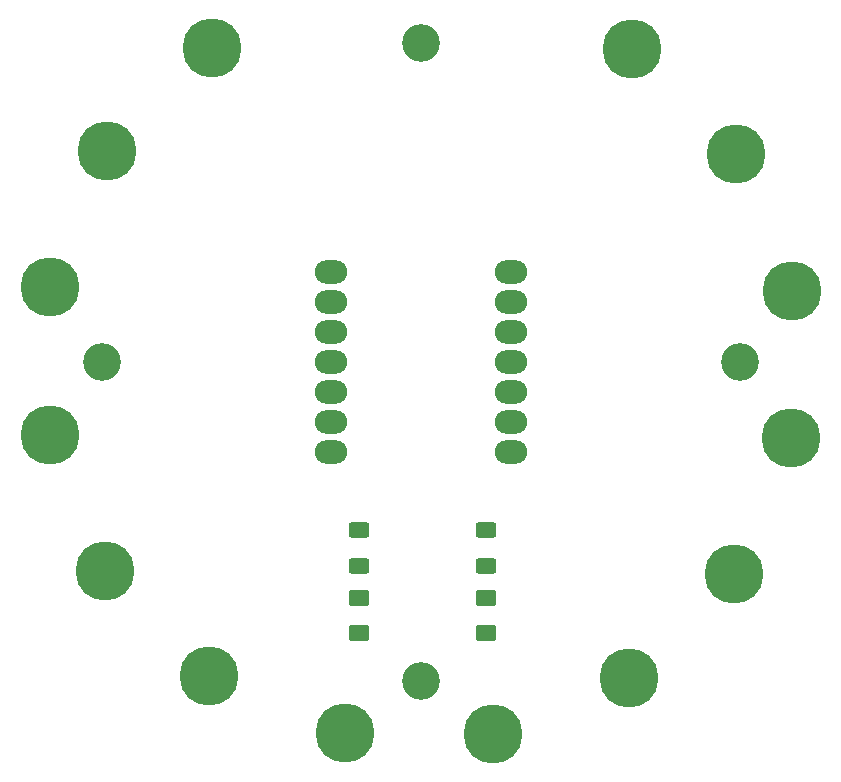
<source format=gts>
%TF.GenerationSoftware,KiCad,Pcbnew,8.0.2-1*%
%TF.CreationDate,2024-05-14T17:19:14-06:00*%
%TF.ProjectId,seeeduino-xiao-breakout,73656565-6475-4696-9e6f-2d7869616f2d,rev?*%
%TF.SameCoordinates,Original*%
%TF.FileFunction,Soldermask,Top*%
%TF.FilePolarity,Negative*%
%FSLAX46Y46*%
G04 Gerber Fmt 4.6, Leading zero omitted, Abs format (unit mm)*
G04 Created by KiCad (PCBNEW 8.0.2-1) date 2024-05-14 17:19:14*
%MOMM*%
%LPD*%
G01*
G04 APERTURE LIST*
G04 Aperture macros list*
%AMRoundRect*
0 Rectangle with rounded corners*
0 $1 Rounding radius*
0 $2 $3 $4 $5 $6 $7 $8 $9 X,Y pos of 4 corners*
0 Add a 4 corners polygon primitive as box body*
4,1,4,$2,$3,$4,$5,$6,$7,$8,$9,$2,$3,0*
0 Add four circle primitives for the rounded corners*
1,1,$1+$1,$2,$3*
1,1,$1+$1,$4,$5*
1,1,$1+$1,$6,$7*
1,1,$1+$1,$8,$9*
0 Add four rect primitives between the rounded corners*
20,1,$1+$1,$2,$3,$4,$5,0*
20,1,$1+$1,$4,$5,$6,$7,0*
20,1,$1+$1,$6,$7,$8,$9,0*
20,1,$1+$1,$8,$9,$2,$3,0*%
G04 Aperture macros list end*
%ADD10O,2.748280X1.998980*%
%ADD11RoundRect,0.250001X0.624999X-0.462499X0.624999X0.462499X-0.624999X0.462499X-0.624999X-0.462499X0*%
%ADD12RoundRect,0.250000X-0.625000X0.400000X-0.625000X-0.400000X0.625000X-0.400000X0.625000X0.400000X0*%
%ADD13C,3.200000*%
%ADD14C,5.000000*%
G04 APERTURE END LIST*
D10*
X129755304Y-94032180D03*
X129755304Y-96572180D03*
X129755304Y-99112180D03*
X129755304Y-101652180D03*
X129755304Y-104192180D03*
X129755304Y-106732180D03*
X129755304Y-109272180D03*
X145055496Y-109272180D03*
X145055496Y-106732180D03*
X145055496Y-104192180D03*
X145055496Y-101652180D03*
X145055496Y-99112180D03*
X145055496Y-96572180D03*
X145055496Y-94032180D03*
D11*
X132150000Y-124637500D03*
X132150000Y-121662500D03*
X142900000Y-124637500D03*
X142900000Y-121662500D03*
D12*
X132150000Y-115850000D03*
X132150000Y-118950000D03*
X142900000Y-115850000D03*
X142900000Y-118950000D03*
D13*
X164400000Y-101650000D03*
X137400000Y-128650000D03*
X137400000Y-74650000D03*
X110400000Y-101650000D03*
D14*
X155251984Y-75195017D03*
X163887012Y-119618394D03*
X164042157Y-84062237D03*
X119695827Y-75039873D03*
X106000219Y-95344446D03*
X130978036Y-133081810D03*
X119463636Y-128253422D03*
X143463697Y-133136290D03*
X110828607Y-83830046D03*
X168715400Y-108103993D03*
X110673463Y-119386204D03*
X155019794Y-128408567D03*
X105945740Y-107830107D03*
X168769879Y-95618331D03*
M02*

</source>
